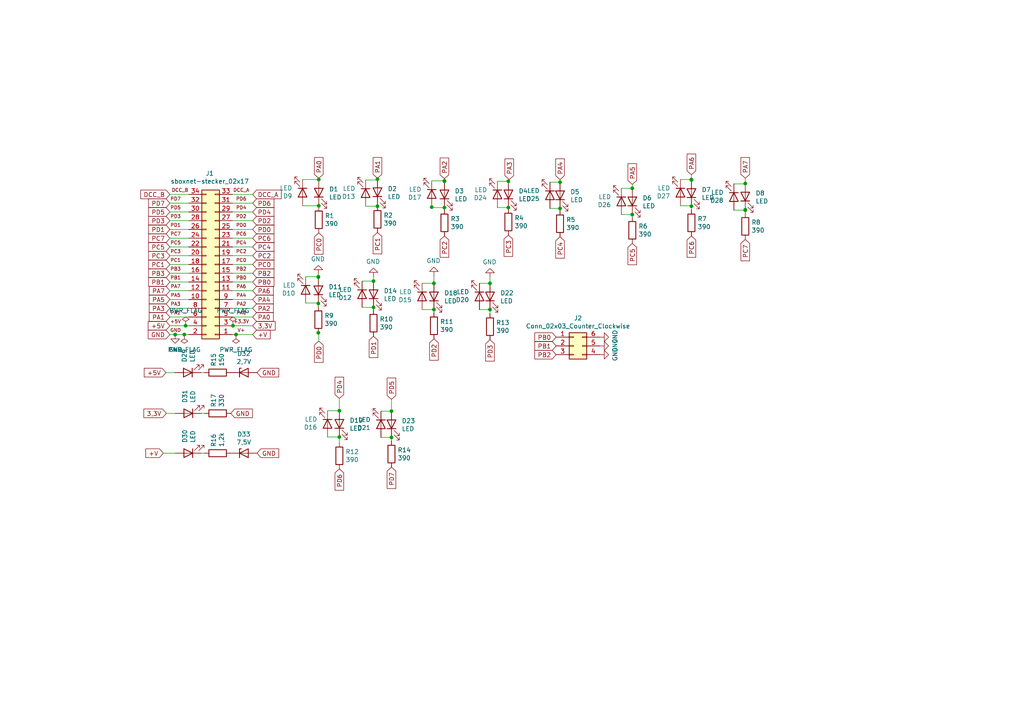
<source format=kicad_sch>
(kicad_sch (version 20211123) (generator eeschema)
  (paper "A4")
  (lib_symbols
    (symbol "Connector_Generic:Conn_02x03_Counter_Clockwise" (pin_names (offset 1.016) hide)
      (property "Reference" "J" (at 1.27 5.08 0))
      (property "Value" "Conn_02x03_Counter_Clockwise" (at 1.27 -5.08 0))
      (symbol "Conn_02x03_Counter_Clockwise_1_1"
        (rectangle (start -1.27 -2.413) (end 0 -2.667) (stroke (width 0.1524)))
        (rectangle (start -1.27 0.127) (end 0 -0.127) (stroke (width 0.1524)))
        (rectangle (start -1.27 2.667) (end 0 2.413) (stroke (width 0.1524)))
        (rectangle (start -1.27 3.81) (end 3.81 -3.81) (stroke (width 0.254)) (fill (type background)))
        (rectangle (start 3.81 -2.413) (end 2.54 -2.667) (stroke (width 0.1524)))
        (rectangle (start 3.81 0.127) (end 2.54 -0.127) (stroke (width 0.1524)))
        (rectangle (start 3.81 2.667) (end 2.54 2.413) (stroke (width 0.1524)))
        (pin passive line (at -5.08 2.54 0) (length 3.81) (name "Pin_1") (number "1"))
        (pin passive line (at -5.08 0 0) (length 3.81) (name "Pin_2") (number "2"))
        (pin passive line (at -5.08 -2.54 0) (length 3.81) (name "Pin_3") (number "3"))
        (pin passive line (at 7.62 -2.54 180) (length 3.81) (name "Pin_4") (number "4"))
        (pin passive line (at 7.62 0 180) (length 3.81) (name "Pin_5") (number "5"))
        (pin passive line (at 7.62 2.54 180) (length 3.81) (name "Pin_6") (number "6"))
      )
    )
    (symbol "Device:D_Zener" (pin_numbers hide) (pin_names (offset 1.016) hide)
      (property "Reference" "D" (at 0 2.54 0))
      (property "Value" "D_Zener" (at 0 -2.54 0))
      (symbol "D_Zener_0_1"
        (polyline (pts (xy 1.27 0) (xy -1.27 0)))
        (polyline (pts (xy -1.27 -1.27) (xy -1.27 1.27) (xy -0.762 1.27)) (stroke (width 0.254)))
        (polyline (pts (xy 1.27 -1.27) (xy 1.27 1.27) (xy -1.27 0) (xy 1.27 -1.27)) (stroke (width 0.254)))
      )
      (symbol "D_Zener_1_1"
        (pin passive line (at -3.81 0 0) (length 2.54) (name "K") (number "1"))
        (pin passive line (at 3.81 0 180) (length 2.54) (name "A") (number "2"))
      )
    )
    (symbol "Device:LED" (pin_numbers hide) (pin_names (offset 1.016) hide)
      (property "Reference" "D" (at 0 2.54 0))
      (property "Value" "LED" (at 0 -2.54 0))
      (symbol "LED_0_1"
        (polyline (pts (xy -1.27 -1.27) (xy -1.27 1.27)) (stroke (width 0.254)))
        (polyline (pts (xy -1.27 0) (xy 1.27 0)))
        (polyline (pts (xy 1.27 -1.27) (xy 1.27 1.27) (xy -1.27 0) (xy 1.27 -1.27)) (stroke (width 0.254)))
        (polyline (pts (xy -3.048 -0.762) (xy -4.572 -2.286) (xy -3.81 -2.286) (xy -4.572 -2.286) (xy -4.572 -1.524)))
        (polyline (pts (xy -1.778 -0.762) (xy -3.302 -2.286) (xy -2.54 -2.286) (xy -3.302 -2.286) (xy -3.302 -1.524)))
      )
      (symbol "LED_1_1"
        (pin passive line (at -3.81 0 0) (length 2.54) (name "K") (number "1"))
        (pin passive line (at 3.81 0 180) (length 2.54) (name "A") (number "2"))
      )
    )
    (symbol "Device:R" (pin_numbers hide) (pin_names (offset 0))
      (property "Reference" "R" (at 2.032 0 90))
      (property "Value" "R" (at 0 0 90))
      (symbol "R_0_1"
        (rectangle (start -1.016 -2.54) (end 1.016 2.54) (stroke (width 0.254)))
      )
      (symbol "R_1_1"
        (pin passive line (at 0 3.81 270) (length 1.27) (name "~") (number "1"))
        (pin passive line (at 0 -3.81 90) (length 1.27) (name "~") (number "2"))
      )
    )
    (symbol "power:GND" (power) (pin_names (offset 0))
      (property "Value" "GND" (at 0 -3.81 0))
      (symbol "GND_0_1"
        (polyline (pts (xy 0 0) (xy 0 -1.27) (xy 1.27 -1.27) (xy 0 -2.54) (xy -1.27 -1.27) (xy 0 -1.27)))
      )
      (symbol "GND_1_1"
        (pin power_in line (at 0 0 270) (length 0) hide (name "GND") (number "1"))
      )
    )
    (symbol "power:PWR_FLAG" (power) (pin_numbers hide) (pin_names (offset 0) hide)
      (property "Value" "PWR_FLAG" (at 0 3.81 0))
      (symbol "PWR_FLAG_0_0"
        (pin power_out line (at 0 0 90) (length 0) (name "pwr") (number "1"))
      )
      (symbol "PWR_FLAG_0_1"
        (polyline (pts (xy 0 0) (xy 0 1.27) (xy -1.016 1.905) (xy 0 2.54) (xy 1.016 1.905) (xy 0 1.27)))
      )
    )
    (symbol "sboxnet-modul-tester-rescue:sboxnet-stecker_02x17-sboxnet" (pin_names (offset 1.016) hide)
      (property "Reference" "J" (at 0 24.13 0))
      (property "Value" "sboxnet-stecker_02x17-sboxnet" (at 1.27 -22.86 0))
      (symbol "sboxnet-stecker_02x17-sboxnet_0_0"
        (text "+3.3V" (at 8.89 -16.51 0) (effects (font (size 0.9906 0.9906))))
        (text "+5V" (at -10.16 -16.51 0) (effects (font (size 0.9906 0.9906))))
        (text "DCC_A" (at 8.89 21.59 0) (effects (font (size 0.9906 0.9906))))
        (text "DCC_B" (at -8.89 21.59 0) (effects (font (size 0.9906 0.9906))))
        (text "GND" (at -10.16 -19.05 0) (effects (font (size 0.9906 0.9906))))
        (text "PA0" (at 8.89 -13.97 0) (effects (font (size 0.9906 0.9906))))
        (text "PA1" (at -10.16 -13.97 0) (effects (font (size 0.9906 0.9906))))
        (text "PA2" (at 8.89 -11.43 0) (effects (font (size 0.9906 0.9906))))
        (text "PA3" (at -10.16 -11.43 0) (effects (font (size 0.9906 0.9906))))
        (text "PA4" (at 8.89 -8.89 0) (effects (font (size 0.9906 0.9906))))
        (text "PA5" (at -10.16 -8.89 0) (effects (font (size 0.9906 0.9906))))
        (text "PA6" (at 8.89 -6.35 0) (effects (font (size 0.9906 0.9906))))
        (text "PA7" (at -10.16 -6.35 0) (effects (font (size 0.9906 0.9906))))
        (text "PB0" (at 8.89 -3.81 0) (effects (font (size 0.9906 0.9906))))
        (text "PB1" (at -10.16 -3.81 0) (effects (font (size 0.9906 0.9906))))
        (text "PB2" (at 8.89 -1.27 0) (effects (font (size 0.9906 0.9906))))
        (text "PB3" (at -10.16 -1.27 0) (effects (font (size 0.9906 0.9906))))
        (text "PC0" (at 8.89 1.27 0) (effects (font (size 0.9906 0.9906))))
        (text "PC1" (at -10.16 1.27 0) (effects (font (size 0.9906 0.9906))))
        (text "PC2" (at 8.89 3.81 0) (effects (font (size 0.9906 0.9906))))
        (text "PC3" (at -10.16 3.81 0) (effects (font (size 0.9906 0.9906))))
        (text "PC4" (at 8.89 6.35 0) (effects (font (size 0.9906 0.9906))))
        (text "PC5" (at -10.16 6.35 0) (effects (font (size 0.9906 0.9906))))
        (text "PC6" (at 8.89 8.89 0) (effects (font (size 0.9906 0.9906))))
        (text "PC7" (at -10.16 8.89 0) (effects (font (size 0.9906 0.9906))))
        (text "PD0" (at 8.89 11.43 0) (effects (font (size 0.9906 0.9906))))
        (text "PD1" (at -10.16 11.43 0) (effects (font (size 0.9906 0.9906))))
        (text "PD2" (at 8.89 13.97 0) (effects (font (size 0.9906 0.9906))))
        (text "PD3" (at -10.16 13.97 0) (effects (font (size 0.9906 0.9906))))
        (text "PD4" (at 8.89 16.51 0) (effects (font (size 0.9906 0.9906))))
        (text "PD5" (at -10.16 16.51 0) (effects (font (size 0.9906 0.9906))))
        (text "PD6" (at 8.89 19.05 0) (effects (font (size 0.9906 0.9906))))
        (text "PD7" (at -10.16 19.05 0) (effects (font (size 0.9906 0.9906))))
        (text "V+" (at 8.89 -19.05 0) (effects (font (size 0.9906 0.9906))))
      )
      (symbol "sboxnet-stecker_02x17-sboxnet_1_1"
        (rectangle (start -2.54 -21.59) (end 2.54 21.59) (stroke (width 0.254)) (fill (type background)))
        (rectangle (start -2.54 -20.447) (end -1.27 -20.193) (stroke (width 0.1524)))
        (rectangle (start -2.54 -17.907) (end -1.27 -17.653) (stroke (width 0.1524)))
        (rectangle (start -2.54 -15.367) (end -1.27 -15.113) (stroke (width 0.1524)))
        (rectangle (start -2.54 -12.827) (end -1.27 -12.573) (stroke (width 0.1524)))
        (rectangle (start -2.54 -10.287) (end -1.27 -10.033) (stroke (width 0.1524)))
        (rectangle (start -2.54 -7.747) (end -1.27 -7.493) (stroke (width 0.1524)))
        (rectangle (start -2.54 -5.207) (end -1.27 -4.953) (stroke (width 0.1524)))
        (rectangle (start -2.54 -2.667) (end -1.27 -2.413) (stroke (width 0.1524)))
        (rectangle (start -2.54 -0.127) (end -1.27 0.127) (stroke (width 0.1524)))
        (rectangle (start -2.54 2.413) (end -1.27 2.667) (stroke (width 0.1524)))
        (rectangle (start -2.54 4.953) (end -1.27 5.207) (stroke (width 0.1524)))
        (rectangle (start -2.54 7.493) (end -1.27 7.747) (stroke (width 0.1524)))
        (rectangle (start -2.54 10.033) (end -1.27 10.287) (stroke (width 0.1524)))
        (rectangle (start -2.54 12.573) (end -1.27 12.827) (stroke (width 0.1524)))
        (rectangle (start -2.54 15.113) (end -1.27 15.367) (stroke (width 0.1524)))
        (rectangle (start -2.54 17.653) (end -1.27 17.907) (stroke (width 0.1524)))
        (rectangle (start -2.54 20.193) (end -1.27 20.447) (stroke (width 0.1524)))
        (rectangle (start 2.54 -20.447) (end 1.27 -20.193) (stroke (width 0.1524)))
        (rectangle (start 2.54 -17.907) (end 1.27 -17.653) (stroke (width 0.1524)))
        (rectangle (start 2.54 -15.367) (end 1.27 -15.113) (stroke (width 0.1524)))
        (rectangle (start 2.54 -12.827) (end 1.27 -12.573) (stroke (width 0.1524)))
        (rectangle (start 2.54 -10.287) (end 1.27 -10.033) (stroke (width 0.1524)))
        (rectangle (start 2.54 -7.747) (end 1.27 -7.493) (stroke (width 0.1524)))
        (rectangle (start 2.54 -5.207) (end 1.27 -4.953) (stroke (width 0.1524)))
        (rectangle (start 2.54 -2.667) (end 1.27 -2.413) (stroke (width 0.1524)))
        (rectangle (start 2.54 -0.127) (end 1.27 0.127) (stroke (width 0.1524)))
        (rectangle (start 2.54 2.413) (end 1.27 2.667) (stroke (width 0.1524)))
        (rectangle (start 2.54 4.953) (end 1.27 5.207) (stroke (width 0.1524)))
        (rectangle (start 2.54 7.493) (end 1.27 7.747) (stroke (width 0.1524)))
        (rectangle (start 2.54 10.033) (end 1.27 10.287) (stroke (width 0.1524)))
        (rectangle (start 2.54 12.573) (end 1.27 12.827) (stroke (width 0.1524)))
        (rectangle (start 2.54 15.113) (end 1.27 15.367) (stroke (width 0.1524)))
        (rectangle (start 2.54 17.653) (end 1.27 17.907) (stroke (width 0.1524)))
        (rectangle (start 2.54 20.193) (end 1.27 20.447) (stroke (width 0.1524)))
        (pin output line (at 6.35 -20.32 180) (length 3.81) (name "Pin_1") (number "1"))
        (pin output line (at -6.35 -10.16 0) (length 3.81) (name "Pin_10") (number "10"))
        (pin output line (at 6.35 -7.62 180) (length 3.81) (name "Pin_11") (number "11"))
        (pin output line (at -6.35 -7.62 0) (length 3.81) (name "Pin_12") (number "12"))
        (pin output line (at 6.35 -5.08 180) (length 3.81) (name "Pin_13") (number "13"))
        (pin output line (at -6.35 -5.08 0) (length 3.81) (name "Pin_14") (number "14"))
        (pin output line (at 6.35 -2.54 180) (length 3.81) (name "Pin_15") (number "15"))
        (pin output line (at -6.35 -2.54 0) (length 3.81) (name "Pin_16") (number "16"))
        (pin output line (at 6.35 0 180) (length 3.81) (name "Pin_17") (number "17"))
        (pin output line (at -6.35 0 0) (length 3.81) (name "Pin_18") (number "18"))
        (pin output line (at 6.35 2.54 180) (length 3.81) (name "Pin_19") (number "19"))
        (pin output line (at -6.35 -20.32 0) (length 3.81) (name "Pin_2") (number "2"))
        (pin output line (at -6.35 2.54 0) (length 3.81) (name "Pin_20") (number "20"))
        (pin output line (at 6.35 5.08 180) (length 3.81) (name "Pin_21") (number "21"))
        (pin output line (at -6.35 5.08 0) (length 3.81) (name "Pin_22") (number "22"))
        (pin output line (at 6.35 7.62 180) (length 3.81) (name "Pin_23") (number "23"))
        (pin output line (at -6.35 7.62 0) (length 3.81) (name "Pin_24") (number "24"))
        (pin output line (at 6.35 10.16 180) (length 3.81) (name "Pin_25") (number "25"))
        (pin output line (at -6.35 10.16 0) (length 3.81) (name "Pin_26") (number "26"))
        (pin output line (at 6.35 12.7 180) (length 3.81) (name "Pin_27") (number "27"))
        (pin output line (at -6.35 12.7 0) (length 3.81) (name "Pin_28") (number "28"))
        (pin output line (at 6.35 15.24 180) (length 3.81) (name "Pin_29") (number "29"))
        (pin output line (at 6.35 -17.78 180) (length 3.81) (name "Pin_3") (number "3"))
        (pin output line (at -6.35 15.24 0) (length 3.81) (name "Pin_30") (number "30"))
        (pin output line (at 6.35 17.78 180) (length 3.81) (name "Pin_31") (number "31"))
        (pin output line (at -6.35 17.78 0) (length 3.81) (name "PD7") (number "32"))
        (pin output line (at 6.35 20.32 180) (length 3.81) (name "Pin_33") (number "33"))
        (pin output line (at -6.35 20.32 0) (length 3.81) (name "Pin_34") (number "34"))
        (pin output line (at -6.35 -17.78 0) (length 3.81) (name "Pin_4") (number "4"))
        (pin output line (at 6.35 -15.24 180) (length 3.81) (name "Pin_5") (number "5"))
        (pin output line (at -6.35 -15.24 0) (length 3.81) (name "Pin_6") (number "6"))
        (pin output line (at 6.35 -12.7 180) (length 3.81) (name "Pin_7") (number "7"))
        (pin output line (at -6.35 -12.7 0) (length 3.81) (name "Pin_8") (number "8"))
        (pin output line (at 6.35 -10.16 180) (length 3.81) (name "Pin_9") (number "9"))
      )
    )
  )
  (junction (at 53.848 94.488))
  (junction (at 162.433 60.452))
  (junction (at 108.331 81.534))
  (junction (at 109.474 59.817))
  (junction (at 50.8 97.028))
  (junction (at 147.447 52.578))
  (junction (at 147.447 60.198))
  (junction (at 98.425 126.746))
  (junction (at 125.857 82.169))
  (junction (at 200.533 52.07))
  (junction (at 216.154 60.833))
  (junction (at 92.456 59.69))
  (junction (at 128.905 60.198))
  (junction (at 200.533 52.197))
  (junction (at 113.538 119.253))
  (junction (at 108.331 89.154))
  (junction (at 67.564 94.488))
  (junction (at 216.154 53.213))
  (junction (at 216.154 60.96))
  (junction (at 109.474 51.943))
  (junction (at 162.433 52.832))
  (junction (at 142.113 82.169))
  (junction (at 128.905 52.578))
  (junction (at 183.388 62.23))
  (junction (at 53.467 97.028))
  (junction (at 200.533 59.817))
  (junction (at 125.857 89.789))
  (junction (at 98.425 119.126))
  (junction (at 113.538 126.873))
  (junction (at 92.329 96.52))
  (junction (at 92.329 80.264))
  (junction (at 92.329 88.011))
  (junction (at 125.222 60.071))
  (junction (at 142.113 89.789))
  (junction (at 183.388 54.61))
  (junction (at 92.456 52.07))
  (junction (at 68.453 97.028))
  (junction (at 128.905 52.451))
  (junction (at 92.329 80.391))
  (wire (pts (xy 94.996 126.746) (xy 98.425 126.746)))
  (wire (pts (xy 113.538 119.253) (xy 113.538 115.824)))
  (wire (pts (xy 49.276 74.168) (xy 54.737 74.168)))
  (wire (pts (xy 162.433 52.07) (xy 162.433 52.832)))
  (wire (pts (xy 48.26 119.888) (xy 50.8 119.888)))
  (wire (pts (xy 49.276 79.248) (xy 54.737 79.248)))
  (wire (pts (xy 98.425 126.746) (xy 98.425 128.397)))
  (wire (pts (xy 216.154 53.34) (xy 216.154 53.213)))
  (wire (pts (xy 53.848 94.488) (xy 54.737 94.488)))
  (wire (pts (xy 128.905 51.816) (xy 128.905 52.451)))
  (wire (pts (xy 49.276 58.928) (xy 54.737 58.928)))
  (wire (pts (xy 49.276 89.408) (xy 54.737 89.408)))
  (wire (pts (xy 92.456 52.07) (xy 92.456 51.689)))
  (wire (pts (xy 147.447 52.578) (xy 147.701 52.07)))
  (wire (pts (xy 67.437 56.388) (xy 73.279 56.388)))
  (wire (pts (xy 144.272 60.198) (xy 147.447 60.198)))
  (wire (pts (xy 180.213 62.23) (xy 183.388 62.23)))
  (wire (pts (xy 67.437 81.788) (xy 73.279 81.788)))
  (wire (pts (xy 49.276 69.088) (xy 54.737 69.088)))
  (wire (pts (xy 67.437 74.168) (xy 73.279 74.168)))
  (wire (pts (xy 109.474 51.943) (xy 109.474 52.197)))
  (wire (pts (xy 98.425 119.126) (xy 98.425 115.57)))
  (wire (pts (xy 110.49 119.253) (xy 113.538 119.253)))
  (wire (pts (xy 67.437 91.948) (xy 73.279 91.948)))
  (wire (pts (xy 106.045 59.817) (xy 109.474 59.817)))
  (wire (pts (xy 49.276 94.488) (xy 53.848 94.488)))
  (wire (pts (xy 212.852 53.34) (xy 216.154 53.34)))
  (wire (pts (xy 147.447 60.198) (xy 147.447 60.579)))
  (wire (pts (xy 128.905 60.198) (xy 128.905 60.833)))
  (wire (pts (xy 92.329 88.011) (xy 92.329 88.9)))
  (wire (pts (xy 125.857 89.789) (xy 125.857 90.678)))
  (wire (pts (xy 67.437 64.008) (xy 73.279 64.008)))
  (wire (pts (xy 200.533 50.673) (xy 200.533 52.07)))
  (wire (pts (xy 212.852 60.96) (xy 216.154 60.96)))
  (wire (pts (xy 110.49 126.873) (xy 113.538 126.873)))
  (wire (pts (xy 108.331 89.154) (xy 108.331 89.916)))
  (wire (pts (xy 106.045 52.197) (xy 109.474 52.197)))
  (wire (pts (xy 108.331 80.264) (xy 108.331 81.534)))
  (wire (pts (xy 67.437 58.928) (xy 73.279 58.928)))
  (wire (pts (xy 58.293 108.077) (xy 59.309 108.077)))
  (wire (pts (xy 67.437 71.628) (xy 73.279 71.628)))
  (wire (pts (xy 92.329 87.884) (xy 92.329 88.011)))
  (wire (pts (xy 183.388 62.23) (xy 183.388 62.992)))
  (wire (pts (xy 139.065 82.169) (xy 142.113 82.169)))
  (wire (pts (xy 67.437 97.028) (xy 68.453 97.028)))
  (wire (pts (xy 50.8 97.028) (xy 53.467 97.028)))
  (wire (pts (xy 216.154 60.96) (xy 216.154 61.849)))
  (wire (pts (xy 67.437 61.468) (xy 73.279 61.468)))
  (wire (pts (xy 142.113 82.169) (xy 142.113 80.391)))
  (wire (pts (xy 113.538 126.873) (xy 113.538 127.889)))
  (wire (pts (xy 67.564 94.488) (xy 73.279 94.488)))
  (wire (pts (xy 159.512 52.832) (xy 162.433 52.832)))
  (wire (pts (xy 53.467 97.028) (xy 54.737 97.028)))
  (wire (pts (xy 67.437 79.248) (xy 73.279 79.248)))
  (wire (pts (xy 92.329 79.502) (xy 92.329 80.264)))
  (wire (pts (xy 105.029 89.154) (xy 108.331 89.154)))
  (wire (pts (xy 105.029 81.534) (xy 108.331 81.534)))
  (wire (pts (xy 49.276 97.028) (xy 50.8 97.028)))
  (wire (pts (xy 92.456 59.69) (xy 92.456 59.944)))
  (wire (pts (xy 200.533 59.69) (xy 200.533 59.817)))
  (wire (pts (xy 216.154 53.213) (xy 216.154 51.689)))
  (wire (pts (xy 92.456 96.647) (xy 92.329 96.52)))
  (wire (pts (xy 139.065 89.789) (xy 142.113 89.789)))
  (wire (pts (xy 87.757 52.578) (xy 87.757 52.451)))
  (wire (pts (xy 49.276 76.708) (xy 54.737 76.708)))
  (wire (pts (xy 49.276 56.388) (xy 54.737 56.388)))
  (wire (pts (xy 67.437 89.408) (xy 73.279 89.408)))
  (wire (pts (xy 48.133 108.077) (xy 50.673 108.077)))
  (wire (pts (xy 162.433 60.452) (xy 162.433 61.087)))
  (wire (pts (xy 88.646 80.264) (xy 92.329 80.264)))
  (wire (pts (xy 49.276 84.328) (xy 54.737 84.328)))
  (wire (pts (xy 180.213 54.61) (xy 183.388 54.61)))
  (wire (pts (xy 122.428 89.789) (xy 125.857 89.789)))
  (wire (pts (xy 58.42 119.888) (xy 59.309 119.888)))
  (wire (pts (xy 87.757 59.69) (xy 92.456 59.69)))
  (wire (pts (xy 68.453 97.028) (xy 73.279 97.028)))
  (wire (pts (xy 122.428 82.169) (xy 125.857 82.169)))
  (wire (pts (xy 216.154 60.833) (xy 216.154 60.96)))
  (wire (pts (xy 49.276 81.788) (xy 54.737 81.788)))
  (wire (pts (xy 67.437 66.548) (xy 73.279 66.548)))
  (wire (pts (xy 67.437 94.488) (xy 67.564 94.488)))
  (wire (pts (xy 142.113 89.789) (xy 142.113 90.932)))
  (wire (pts (xy 197.358 59.69) (xy 200.533 59.69)))
  (wire (pts (xy 88.646 87.884) (xy 92.329 87.884)))
  (wire (pts (xy 159.512 60.452) (xy 162.433 60.452)))
  (wire (pts (xy 49.276 66.548) (xy 54.737 66.548)))
  (wire (pts (xy 67.437 84.328) (xy 73.279 84.328)))
  (wire (pts (xy 128.905 52.451) (xy 128.905 52.578)))
  (wire (pts (xy 92.456 98.933) (xy 92.456 96.647)))
  (wire (pts (xy 109.474 59.817) (xy 109.474 59.563)))
  (wire (pts (xy 87.757 52.07) (xy 92.456 52.07)))
  (wire (pts (xy 67.437 69.088) (xy 73.279 69.088)))
  (wire (pts (xy 49.276 91.948) (xy 54.737 91.948)))
  (wire (pts (xy 125.857 82.169) (xy 125.857 80.01)))
  (wire (pts (xy 49.276 64.008) (xy 54.737 64.008)))
  (wire (pts (xy 67.437 86.868) (xy 73.279 86.868)))
  (wire (pts (xy 92.329 80.264) (xy 92.329 80.391)))
  (wire (pts (xy 47.371 131.445) (xy 50.8 131.445)))
  (wire (pts (xy 58.42 131.445) (xy 59.309 131.445)))
  (wire (pts (xy 200.533 59.817) (xy 200.533 60.833)))
  (wire (pts (xy 197.358 52.07) (xy 200.533 52.07)))
  (wire (pts (xy 108.331 81.534) (xy 108.331 81.661)))
  (wire (pts (xy 49.276 61.468) (xy 54.737 61.468)))
  (wire (pts (xy 125.222 52.451) (xy 128.905 52.451)))
  (wire (pts (xy 125.222 60.071) (xy 125.222 60.198)))
  (wire (pts (xy 67.437 76.708) (xy 73.279 76.708)))
  (wire (pts (xy 183.388 54.61) (xy 183.388 53.467)))
  (wire (pts (xy 94.996 119.126) (xy 98.425 119.126)))
  (wire (pts (xy 125.222 60.198) (xy 128.905 60.198)))
  (wire (pts (xy 109.474 51.689) (xy 109.474 51.943)))
  (wire (pts (xy 144.272 52.578) (xy 147.447 52.578)))
  (wire (pts (xy 200.533 52.07) (xy 200.533 52.197)))
  (wire (pts (xy 49.276 71.628) (xy 54.737 71.628)))
  (wire (pts (xy 49.276 86.868) (xy 54.737 86.868)))
  (global_label "PC2" (shape input) (at 128.905 68.453 270) (property "Referenzen zwischen Schaltplänen" "${INTERSHEET_REFS}" (effects hide)))
  (global_label "3,3V" (shape input) (at 73.279 94.488 0) (property "Referenzen zwischen Schaltplänen" "${INTERSHEET_REFS}" (effects hide)))
  (global_label "PD2" (shape input) (at 73.279 64.008 0) (property "Referenzen zwischen Schaltplänen" "${INTERSHEET_REFS}" (effects hide)))
  (global_label "PA6" (shape input) (at 200.533 50.673 90) (property "Referenzen zwischen Schaltplänen" "${INTERSHEET_REFS}" (effects hide)))
  (global_label "PA6" (shape input) (at 73.279 84.328 0) (property "Referenzen zwischen Schaltplänen" "${INTERSHEET_REFS}" (effects hide)))
  (global_label "PD0" (shape input) (at 92.456 98.933 270) (property "Referenzen zwischen Schaltplänen" "${INTERSHEET_REFS}" (effects hide)))
  (global_label "PA4" (shape input) (at 162.433 52.07 90) (property "Referenzen zwischen Schaltplänen" "${INTERSHEET_REFS}" (effects hide)))
  (global_label "PC4" (shape input) (at 73.279 71.628 0) (property "Referenzen zwischen Schaltplänen" "${INTERSHEET_REFS}" (effects hide)))
  (global_label "PD3" (shape input) (at 49.276 64.008 180) (property "Referenzen zwischen Schaltplänen" "${INTERSHEET_REFS}" (effects hide)))
  (global_label "GND" (shape input) (at 66.929 119.888 0) (property "Referenzen zwischen Schaltplänen" "${INTERSHEET_REFS}" (effects hide)))
  (global_label "PC2" (shape input) (at 73.279 74.168 0) (property "Referenzen zwischen Schaltplänen" "${INTERSHEET_REFS}" (effects hide)))
  (global_label "PC0" (shape input) (at 92.456 67.564 270) (property "Referenzen zwischen Schaltplänen" "${INTERSHEET_REFS}" (effects hide)))
  (global_label "PD6" (shape input) (at 98.425 136.017 270) (property "Referenzen zwischen Schaltplänen" "${INTERSHEET_REFS}" (effects hide)))
  (global_label "DCC_B" (shape input) (at 49.276 56.388 180) (property "Referenzen zwischen Schaltplänen" "${INTERSHEET_REFS}" (effects hide)))
  (global_label "PA5" (shape input) (at 183.388 53.467 90) (property "Referenzen zwischen Schaltplänen" "${INTERSHEET_REFS}" (effects hide)))
  (global_label "PC3" (shape input) (at 49.276 74.168 180) (property "Referenzen zwischen Schaltplänen" "${INTERSHEET_REFS}" (effects hide)))
  (global_label "PC6" (shape input) (at 200.533 68.453 270) (property "Referenzen zwischen Schaltplänen" "${INTERSHEET_REFS}" (effects hide)))
  (global_label "PA3" (shape input) (at 147.701 52.07 90) (property "Referenzen zwischen Schaltplänen" "${INTERSHEET_REFS}" (effects hide)))
  (global_label "PB3" (shape input) (at 49.276 79.248 180) (property "Referenzen zwischen Schaltplänen" "${INTERSHEET_REFS}" (effects hide)))
  (global_label "+5V" (shape input) (at 49.276 94.488 180) (property "Referenzen zwischen Schaltplänen" "${INTERSHEET_REFS}" (effects hide)))
  (global_label "PC1" (shape input) (at 109.474 67.437 270) (property "Referenzen zwischen Schaltplänen" "${INTERSHEET_REFS}" (effects hide)))
  (global_label "PC1" (shape input) (at 49.276 76.708 180) (property "Referenzen zwischen Schaltplänen" "${INTERSHEET_REFS}" (effects hide)))
  (global_label "3,3V" (shape input) (at 48.26 119.888 180) (property "Referenzen zwischen Schaltplänen" "${INTERSHEET_REFS}" (effects hide)))
  (global_label "PB1" (shape input) (at 161.29 100.33 180) (property "Referenzen zwischen Schaltplänen" "${INTERSHEET_REFS}" (effects hide)))
  (global_label "PC5" (shape input) (at 183.388 70.612 270) (property "Referenzen zwischen Schaltplänen" "${INTERSHEET_REFS}" (effects hide)))
  (global_label "PA1" (shape input) (at 49.276 91.948 180) (property "Referenzen zwischen Schaltplänen" "${INTERSHEET_REFS}" (effects hide)))
  (global_label "PB2" (shape input) (at 161.29 102.87 180) (property "Referenzen zwischen Schaltplänen" "${INTERSHEET_REFS}" (effects hide)))
  (global_label "PB2" (shape input) (at 73.279 79.248 0) (property "Referenzen zwischen Schaltplänen" "${INTERSHEET_REFS}" (effects hide)))
  (global_label "PC7" (shape input) (at 216.154 69.469 270) (property "Referenzen zwischen Schaltplänen" "${INTERSHEET_REFS}" (effects hide)))
  (global_label "PB0" (shape input) (at 73.279 81.788 0) (property "Referenzen zwischen Schaltplänen" "${INTERSHEET_REFS}" (effects hide)))
  (global_label "PD7" (shape input) (at 49.276 58.928 180) (property "Referenzen zwischen Schaltplänen" "${INTERSHEET_REFS}" (effects hide)))
  (global_label "PA1" (shape input) (at 109.474 51.689 90) (property "Referenzen zwischen Schaltplänen" "${INTERSHEET_REFS}" (effects hide)))
  (global_label "PD1" (shape input) (at 108.331 97.536 270) (property "Referenzen zwischen Schaltplänen" "${INTERSHEET_REFS}" (effects hide)))
  (global_label "PA7" (shape input) (at 49.276 84.328 180) (property "Referenzen zwischen Schaltplänen" "${INTERSHEET_REFS}" (effects hide)))
  (global_label "PC7" (shape input) (at 49.276 69.088 180) (property "Referenzen zwischen Schaltplänen" "${INTERSHEET_REFS}" (effects hide)))
  (global_label "PC3" (shape input) (at 147.447 68.199 270) (property "Referenzen zwischen Schaltplänen" "${INTERSHEET_REFS}" (effects hide)))
  (global_label "DCC_A" (shape input) (at 73.279 56.388 0) (property "Referenzen zwischen Schaltplänen" "${INTERSHEET_REFS}" (effects hide)))
  (global_label "PC4" (shape input) (at 162.433 68.707 270) (property "Referenzen zwischen Schaltplänen" "${INTERSHEET_REFS}" (effects hide)))
  (global_label "+V" (shape input) (at 73.279 97.028 0) (property "Referenzen zwischen Schaltplänen" "${INTERSHEET_REFS}" (effects hide)))
  (global_label "GND" (shape input) (at 74.549 108.077 0) (property "Referenzen zwischen Schaltplänen" "${INTERSHEET_REFS}" (effects hide)))
  (global_label "PA7" (shape input) (at 216.154 51.689 90) (property "Referenzen zwischen Schaltplänen" "${INTERSHEET_REFS}" (effects hide)))
  (global_label "PD1" (shape input) (at 49.276 66.548 180) (property "Referenzen zwischen Schaltplänen" "${INTERSHEET_REFS}" (effects hide)))
  (global_label "PD2" (shape input) (at 125.857 98.298 270) (property "Referenzen zwischen Schaltplänen" "${INTERSHEET_REFS}" (effects hide)))
  (global_label "PD7" (shape input) (at 113.538 135.509 270) (property "Referenzen zwischen Schaltplänen" "${INTERSHEET_REFS}" (effects hide)))
  (global_label "PA2" (shape input) (at 128.905 51.816 90) (property "Referenzen zwischen Schaltplänen" "${INTERSHEET_REFS}" (effects hide)))
  (global_label "PA2" (shape input) (at 73.279 89.408 0) (property "Referenzen zwischen Schaltplänen" "${INTERSHEET_REFS}" (effects hide)))
  (global_label "PB1" (shape input) (at 49.276 81.788 180) (property "Referenzen zwischen Schaltplänen" "${INTERSHEET_REFS}" (effects hide)))
  (global_label "PB0" (shape input) (at 161.29 97.79 180) (property "Referenzen zwischen Schaltplänen" "${INTERSHEET_REFS}" (effects hide)))
  (global_label "PC0" (shape input) (at 73.279 76.708 0) (property "Referenzen zwischen Schaltplänen" "${INTERSHEET_REFS}" (effects hide)))
  (global_label "PA0" (shape input) (at 73.279 91.948 0) (property "Referenzen zwischen Schaltplänen" "${INTERSHEET_REFS}" (effects hide)))
  (global_label "PD5" (shape input) (at 113.538 115.824 90) (property "Referenzen zwischen Schaltplänen" "${INTERSHEET_REFS}" (effects hide)))
  (global_label "GND" (shape input) (at 49.276 97.028 180) (property "Referenzen zwischen Schaltplänen" "${INTERSHEET_REFS}" (effects hide)))
  (global_label "PA3" (shape input) (at 49.276 89.408 180) (property "Referenzen zwischen Schaltplänen" "${INTERSHEET_REFS}" (effects hide)))
  (global_label "PD6" (shape input) (at 73.279 58.928 0) (property "Referenzen zwischen Schaltplänen" "${INTERSHEET_REFS}" (effects hide)))
  (global_label "PC6" (shape input) (at 73.279 69.088 0) (property "Referenzen zwischen Schaltplänen" "${INTERSHEET_REFS}" (effects hide)))
  (global_label "+5V" (shape input) (at 48.133 108.077 180) (property "Referenzen zwischen Schaltplänen" "${INTERSHEET_REFS}" (effects hide)))
  (global_label "+V" (shape input) (at 47.371 131.445 180) (property "Referenzen zwischen Schaltplänen" "${INTERSHEET_REFS}" (effects hide)))
  (global_label "PD0" (shape input) (at 73.279 66.548 0) (property "Referenzen zwischen Schaltplänen" "${INTERSHEET_REFS}" (effects hide)))
  (global_label "PD4" (shape input) (at 98.425 115.57 90) (property "Referenzen zwischen Schaltplänen" "${INTERSHEET_REFS}" (effects hide)))
  (global_label "PC5" (shape input) (at 49.276 71.628 180) (property "Referenzen zwischen Schaltplänen" "${INTERSHEET_REFS}" (effects hide)))
  (global_label "PD3" (shape input) (at 142.113 98.552 270) (property "Referenzen zwischen Schaltplänen" "${INTERSHEET_REFS}" (effects hide)))
  (global_label "PA0" (shape input) (at 92.456 51.689 90) (property "Referenzen zwischen Schaltplänen" "${INTERSHEET_REFS}" (effects hide)))
  (global_label "GND" (shape input) (at 74.549 131.445 0) (property "Referenzen zwischen Schaltplänen" "${INTERSHEET_REFS}" (effects hide)))
  (global_label "PD4" (shape input) (at 73.279 61.468 0) (property "Referenzen zwischen Schaltplänen" "${INTERSHEET_REFS}" (effects hide)))
  (global_label "PD5" (shape input) (at 49.276 61.468 180) (property "Referenzen zwischen Schaltplänen" "${INTERSHEET_REFS}" (effects hide)))
  (global_label "PA4" (shape input) (at 73.279 86.868 0) (property "Referenzen zwischen Schaltplänen" "${INTERSHEET_REFS}" (effects hide)))
  (global_label "PA5" (shape input) (at 49.276 86.868 180) (property "Referenzen zwischen Schaltplänen" "${INTERSHEET_REFS}" (effects hide)))
  (symbol (lib_id "sboxnet-modul-tester-rescue:sboxnet-stecker_02x17-sboxnet") (at 61.087 76.708 0) (unit 1)
    (property "Reference" "J1" (at 60.833 50.292 0))
    (property "Value" "sboxnet-stecker_02x17" (at 60.833 52.6034 0))
  )
  (symbol (lib_id "Device:LED") (at 87.757 55.88 270) (unit 1)
    (property "Reference" "D9" (at 84.7852 56.8706 90) (effects (justify right)))
    (property "Value" "LED" (at 84.7852 54.5592 90) (effects (justify right)))
  )
  (symbol (lib_id "power:PWR_FLAG") (at 53.467 97.028 180) (unit 1)
    (property "Reference" "#FLG01" (effects hide))
    (property "Value" "PWR_FLAG" (at 53.467 101.4222 0))
  )
  (symbol (lib_id "power:GND") (at 50.8 97.028 0) (unit 1)
    (property "Reference" "#PWR01" (effects hide))
    (property "Value" "GND" (at 50.927 101.4222 0))
  )
  (symbol (lib_id "Device:LED") (at 92.456 55.88 90) (unit 1)
    (property "Reference" "D1" (at 95.4278 54.8894 90) (effects (justify right)))
    (property "Value" "LED" (at 95.4278 57.2008 90) (effects (justify right)))
  )
  (symbol (lib_id "Device:R") (at 92.456 63.754 0) (unit 1)
    (property "Reference" "R1" (at 94.234 62.5856 0) (effects (justify left)))
    (property "Value" "390" (at 94.234 64.897 0) (effects (justify left)))
  )
  (symbol (lib_id "Device:LED") (at 109.474 55.753 90) (unit 1)
    (property "Reference" "D2" (at 112.4458 54.7624 90) (effects (justify right)))
    (property "Value" "LED" (at 112.4458 57.0738 90) (effects (justify right)))
  )
  (symbol (lib_id "Device:R") (at 109.474 63.627 0) (unit 1)
    (property "Reference" "R2" (at 111.252 62.4586 0) (effects (justify left)))
    (property "Value" "390" (at 111.252 64.77 0) (effects (justify left)))
  )
  (symbol (lib_id "Device:LED") (at 106.045 56.007 270) (unit 1)
    (property "Reference" "D13" (at 103.0732 56.9976 90) (effects (justify right)))
    (property "Value" "LED" (at 103.0732 54.6862 90) (effects (justify right)))
  )
  (symbol (lib_id "Device:LED") (at 128.905 56.388 90) (unit 1)
    (property "Reference" "D3" (at 131.8768 55.3974 90) (effects (justify right)))
    (property "Value" "LED" (at 131.8768 57.7088 90) (effects (justify right)))
  )
  (symbol (lib_id "Device:R") (at 128.905 64.643 0) (unit 1)
    (property "Reference" "R3" (at 130.683 63.4746 0) (effects (justify left)))
    (property "Value" "390" (at 130.683 65.786 0) (effects (justify left)))
  )
  (symbol (lib_id "Device:LED") (at 105.029 85.344 270) (unit 1)
    (property "Reference" "D12" (at 102.0572 86.3346 90) (effects (justify right)))
    (property "Value" "LED" (at 102.0572 84.0232 90) (effects (justify right)))
  )
  (symbol (lib_id "Device:LED") (at 147.447 56.388 90) (unit 1)
    (property "Reference" "D4" (at 150.4188 55.3974 90) (effects (justify right)))
    (property "Value" "LED" (at 150.4188 57.7088 90) (effects (justify right)))
  )
  (symbol (lib_id "Device:R") (at 147.447 64.389 0) (unit 1)
    (property "Reference" "R4" (at 149.225 63.2206 0) (effects (justify left)))
    (property "Value" "390" (at 149.225 65.532 0) (effects (justify left)))
  )
  (symbol (lib_id "Device:LED") (at 162.433 56.642 90) (unit 1)
    (property "Reference" "D5" (at 165.4048 55.6514 90) (effects (justify right)))
    (property "Value" "LED" (at 165.4048 57.9628 90) (effects (justify right)))
  )
  (symbol (lib_id "Device:R") (at 162.433 64.897 0) (unit 1)
    (property "Reference" "R5" (at 164.211 63.7286 0) (effects (justify left)))
    (property "Value" "390" (at 164.211 66.04 0) (effects (justify left)))
  )
  (symbol (lib_id "Device:LED") (at 183.388 58.42 90) (unit 1)
    (property "Reference" "D6" (at 186.3598 57.4294 90) (effects (justify right)))
    (property "Value" "LED" (at 186.3598 59.7408 90) (effects (justify right)))
  )
  (symbol (lib_id "Device:R") (at 183.388 66.802 0) (unit 1)
    (property "Reference" "R6" (at 185.166 65.6336 0) (effects (justify left)))
    (property "Value" "390" (at 185.166 67.945 0) (effects (justify left)))
  )
  (symbol (lib_id "Device:LED") (at 200.533 56.007 90) (unit 1)
    (property "Reference" "D7" (at 203.5048 55.0164 90) (effects (justify right)))
    (property "Value" "LED" (at 203.5048 57.3278 90) (effects (justify right)))
  )
  (symbol (lib_id "Device:R") (at 200.533 64.643 0) (unit 1)
    (property "Reference" "R7" (at 202.311 63.4746 0) (effects (justify left)))
    (property "Value" "390" (at 202.311 65.786 0) (effects (justify left)))
  )
  (symbol (lib_id "Device:LED") (at 216.154 57.023 90) (unit 1)
    (property "Reference" "D8" (at 219.1258 56.0324 90) (effects (justify right)))
    (property "Value" "LED" (at 219.1258 58.3438 90) (effects (justify right)))
  )
  (symbol (lib_id "Device:R") (at 216.154 65.659 0) (unit 1)
    (property "Reference" "R8" (at 217.932 64.4906 0) (effects (justify left)))
    (property "Value" "390" (at 217.932 66.802 0) (effects (justify left)))
  )
  (symbol (lib_id "Device:LED") (at 122.428 85.979 270) (unit 1)
    (property "Reference" "D15" (at 119.4562 86.9696 90) (effects (justify right)))
    (property "Value" "LED" (at 119.4562 84.6582 90) (effects (justify right)))
  )
  (symbol (lib_id "Device:LED") (at 125.222 56.261 270) (unit 1)
    (property "Reference" "D17" (at 122.2502 57.2516 90) (effects (justify right)))
    (property "Value" "LED" (at 122.2502 54.9402 90) (effects (justify right)))
  )
  (symbol (lib_id "Device:LED") (at 92.329 84.201 90) (unit 1)
    (property "Reference" "D11" (at 95.3008 83.2104 90) (effects (justify right)))
    (property "Value" "LED" (at 95.3008 85.5218 90) (effects (justify right)))
  )
  (symbol (lib_id "Device:R") (at 92.329 92.71 0) (unit 1)
    (property "Reference" "R9" (at 94.107 91.5416 0) (effects (justify left)))
    (property "Value" "390" (at 94.107 93.853 0) (effects (justify left)))
  )
  (symbol (lib_id "Device:LED") (at 108.331 85.344 90) (unit 1)
    (property "Reference" "D14" (at 111.3028 84.3534 90) (effects (justify right)))
    (property "Value" "LED" (at 111.3028 86.6648 90) (effects (justify right)))
  )
  (symbol (lib_id "Device:R") (at 108.331 93.726 0) (unit 1)
    (property "Reference" "R10" (at 110.109 92.5576 0) (effects (justify left)))
    (property "Value" "390" (at 110.109 94.869 0) (effects (justify left)))
  )
  (symbol (lib_id "Device:LED") (at 125.857 85.979 90) (unit 1)
    (property "Reference" "D18" (at 128.8288 84.9884 90) (effects (justify right)))
    (property "Value" "LED" (at 128.8288 87.2998 90) (effects (justify right)))
  )
  (symbol (lib_id "Device:R") (at 125.857 94.488 0) (unit 1)
    (property "Reference" "R11" (at 127.635 93.3196 0) (effects (justify left)))
    (property "Value" "390" (at 127.635 95.631 0) (effects (justify left)))
  )
  (symbol (lib_id "Device:LED") (at 142.113 85.979 90) (unit 1)
    (property "Reference" "D22" (at 145.0848 84.9884 90) (effects (justify right)))
    (property "Value" "LED" (at 145.0848 87.2998 90) (effects (justify right)))
  )
  (symbol (lib_id "Device:R") (at 142.113 94.742 0) (unit 1)
    (property "Reference" "R13" (at 143.891 93.5736 0) (effects (justify left)))
    (property "Value" "390" (at 143.891 95.885 0) (effects (justify left)))
  )
  (symbol (lib_id "Device:LED") (at 144.272 56.388 270) (unit 1)
    (property "Reference" "D24" (at 141.3002 57.3786 90) (effects (justify right)))
    (property "Value" "LED" (at 141.3002 55.0672 90) (effects (justify right)))
  )
  (symbol (lib_id "Device:LED") (at 139.065 85.979 270) (unit 1)
    (property "Reference" "D20" (at 136.0932 86.9696 90) (effects (justify right)))
    (property "Value" "LED" (at 136.0932 84.6582 90) (effects (justify right)))
  )
  (symbol (lib_id "Device:LED") (at 159.512 56.642 270) (unit 1)
    (property "Reference" "D25" (at 156.5402 57.6326 90) (effects (justify right)))
    (property "Value" "LED" (at 156.5402 55.3212 90) (effects (justify right)))
  )
  (symbol (lib_id "Device:LED") (at 94.996 122.936 270) (unit 1)
    (property "Reference" "D16" (at 92.0242 123.9266 90) (effects (justify right)))
    (property "Value" "LED" (at 92.0242 121.6152 90) (effects (justify right)))
  )
  (symbol (lib_id "Device:LED") (at 110.49 123.063 270) (unit 1)
    (property "Reference" "D21" (at 107.5182 124.0536 90) (effects (justify right)))
    (property "Value" "LED" (at 107.5182 121.7422 90) (effects (justify right)))
  )
  (symbol (lib_id "Device:LED") (at 180.213 58.42 270) (unit 1)
    (property "Reference" "D26" (at 177.2412 59.4106 90) (effects (justify right)))
    (property "Value" "LED" (at 177.2412 57.0992 90) (effects (justify right)))
  )
  (symbol (lib_id "Device:LED") (at 98.425 122.936 90) (unit 1)
    (property "Reference" "D19" (at 101.3968 121.9454 90) (effects (justify right)))
    (property "Value" "LED" (at 101.3968 124.2568 90) (effects (justify right)))
  )
  (symbol (lib_id "Device:R") (at 98.425 132.207 0) (unit 1)
    (property "Reference" "R12" (at 100.203 131.0386 0) (effects (justify left)))
    (property "Value" "390" (at 100.203 133.35 0) (effects (justify left)))
  )
  (symbol (lib_id "Device:LED") (at 113.538 123.063 90) (unit 1)
    (property "Reference" "D23" (at 116.5098 122.0724 90) (effects (justify right)))
    (property "Value" "LED" (at 116.5098 124.3838 90) (effects (justify right)))
  )
  (symbol (lib_id "Device:R") (at 113.538 131.699 0) (unit 1)
    (property "Reference" "R14" (at 115.316 130.5306 0) (effects (justify left)))
    (property "Value" "390" (at 115.316 132.842 0) (effects (justify left)))
  )
  (symbol (lib_id "Device:LED") (at 197.358 55.88 270) (unit 1)
    (property "Reference" "D27" (at 194.3862 56.8706 90) (effects (justify right)))
    (property "Value" "LED" (at 194.3862 54.5592 90) (effects (justify right)))
  )
  (symbol (lib_id "Device:LED") (at 212.852 57.15 270) (unit 1)
    (property "Reference" "D28" (at 209.8802 58.1406 90) (effects (justify right)))
    (property "Value" "LED" (at 209.8802 55.8292 90) (effects (justify right)))
  )
  (symbol (lib_id "power:PWR_FLAG") (at 53.848 94.488 0) (unit 1)
    (property "Reference" "#FLG0101" (effects hide))
    (property "Value" "PWR_FLAG" (at 53.848 90.0938 0))
  )
  (symbol (lib_id "power:PWR_FLAG") (at 67.564 94.488 0) (unit 1)
    (property "Reference" "#FLG0102" (effects hide))
    (property "Value" "PWR_FLAG" (at 67.564 90.0938 0))
  )
  (symbol (lib_id "power:PWR_FLAG") (at 68.453 97.028 180) (unit 1)
    (property "Reference" "#FLG0103" (effects hide))
    (property "Value" "PWR_FLAG" (at 68.453 101.4222 0))
  )
  (symbol (lib_id "Device:LED") (at 54.483 108.077 180) (unit 1)
    (property "Reference" "D29" (at 53.4924 105.1052 90) (effects (justify right)))
    (property "Value" "LED" (at 55.8038 105.1052 90) (effects (justify right)))
  )
  (symbol (lib_id "Device:R") (at 63.119 108.077 90) (unit 1)
    (property "Reference" "R15" (at 61.9506 106.299 0) (effects (justify left)))
    (property "Value" "150" (at 64.262 106.299 0) (effects (justify left)))
  )
  (symbol (lib_id "Device:LED") (at 88.646 84.074 270) (unit 1)
    (property "Reference" "D10" (at 85.6742 85.0646 90) (effects (justify right)))
    (property "Value" "LED" (at 85.6742 82.7532 90) (effects (justify right)))
  )
  (symbol (lib_id "Device:R") (at 63.119 119.888 90) (unit 1)
    (property "Reference" "R17" (at 61.9506 118.11 0) (effects (justify left)))
    (property "Value" "330" (at 64.262 118.11 0) (effects (justify left)))
  )
  (symbol (lib_id "Device:LED") (at 54.61 119.888 180) (unit 1)
    (property "Reference" "D31" (at 53.6194 116.9162 90) (effects (justify right)))
    (property "Value" "LED" (at 55.9308 116.9162 90) (effects (justify right)))
  )
  (symbol (lib_id "Device:R") (at 63.119 131.445 90) (unit 1)
    (property "Reference" "R16" (at 61.9506 129.667 0) (effects (justify left)))
    (property "Value" "1,2k" (at 64.262 129.667 0) (effects (justify left)))
  )
  (symbol (lib_id "Device:LED") (at 54.61 131.445 180) (unit 1)
    (property "Reference" "D30" (at 53.6194 128.4732 90) (effects (justify right)))
    (property "Value" "LED" (at 55.9308 128.4732 90) (effects (justify right)))
  )
  (symbol (lib_id "Device:D_Zener") (at 70.739 108.077 0) (unit 1)
    (property "Reference" "D32" (at 70.739 102.5906 0))
    (property "Value" "2,7V" (at 70.739 104.902 0))
  )
  (symbol (lib_id "Device:D_Zener") (at 70.739 131.445 0) (unit 1)
    (property "Reference" "D33" (at 70.739 125.9586 0))
    (property "Value" "7,5V" (at 70.739 128.27 0))
  )
  (symbol (lib_id "power:GND") (at 92.329 79.502 180) (unit 1)
    (property "Reference" "#PWR02" (effects hide))
    (property "Value" "GND" (at 92.202 75.1078 0))
  )
  (symbol (lib_id "power:GND") (at 108.331 80.264 180) (unit 1)
    (property "Reference" "#PWR03" (effects hide))
    (property "Value" "GND" (at 108.204 75.8698 0))
  )
  (symbol (lib_id "power:GND") (at 125.857 80.01 180) (unit 1)
    (property "Reference" "#PWR04" (effects hide))
    (property "Value" "GND" (at 125.73 75.6158 0))
  )
  (symbol (lib_id "power:GND") (at 142.113 80.391 180) (unit 1)
    (property "Reference" "#PWR05" (effects hide))
    (property "Value" "GND" (at 141.986 75.9968 0))
  )
  (symbol (lib_id "power:GND") (at 173.99 102.87 90) (unit 1)
    (property "Reference" "#PWR08" (effects hide))
    (property "Value" "GND" (at 178.3842 102.743 0))
  )
  (symbol (lib_id "Connector_Generic:Conn_02x03_Counter_Clockwise") (at 166.37 100.33 0) (unit 1)
    (property "Reference" "J2" (at 167.64 92.2782 0))
    (property "Value" "Conn_02x03_Counter_Clockwise" (at 167.64 94.5896 0))
  )
  (symbol (lib_id "power:GND") (at 173.99 100.33 90) (unit 1)
    (property "Reference" "#PWR07" (effects hide))
    (property "Value" "GND" (at 178.3842 100.203 0))
  )
  (symbol (lib_id "power:GND") (at 173.99 97.79 90) (unit 1)
    (property "Reference" "#PWR06" (effects hide))
    (property "Value" "GND" (at 178.3842 97.663 0))
  )
)
</source>
